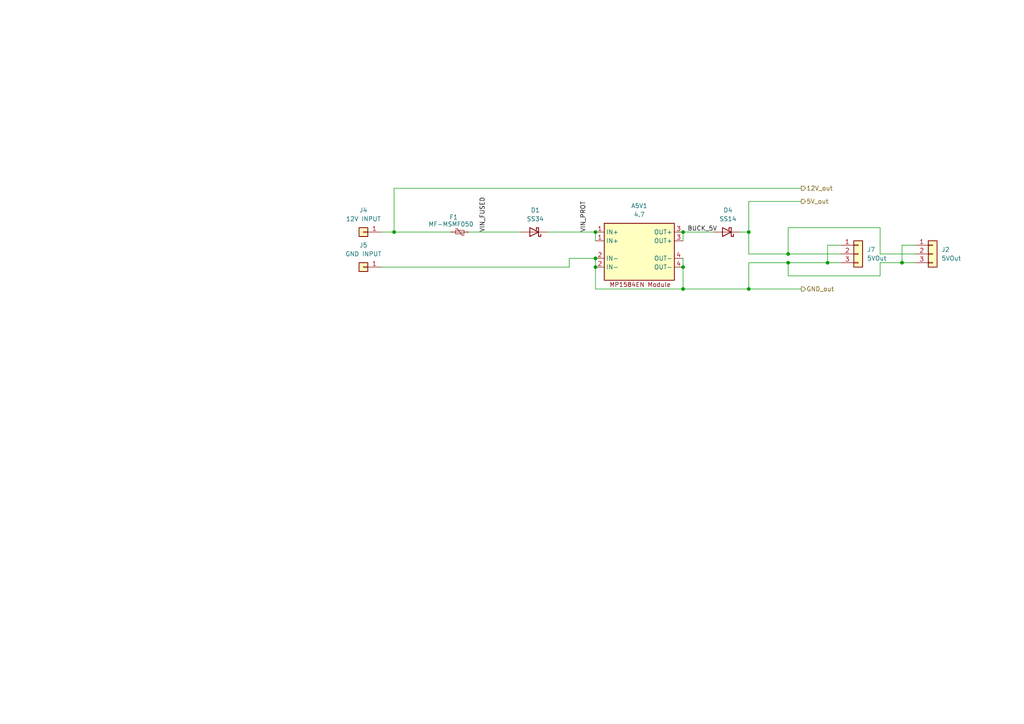
<source format=kicad_sch>
(kicad_sch
	(version 20250114)
	(generator "eeschema")
	(generator_version "9.0")
	(uuid "12ba045d-a1c2-4d90-b330-dc5da09bfddf")
	(paper "A4")
	(lib_symbols
		(symbol "Connector_Generic:Conn_01x01"
			(pin_names
				(offset 1.016)
				(hide yes)
			)
			(exclude_from_sim no)
			(in_bom yes)
			(on_board yes)
			(property "Reference" "J"
				(at 0 2.54 0)
				(effects
					(font
						(size 1.27 1.27)
					)
				)
			)
			(property "Value" "Conn_01x01"
				(at 0 -2.54 0)
				(effects
					(font
						(size 1.27 1.27)
					)
				)
			)
			(property "Footprint" ""
				(at 0 0 0)
				(effects
					(font
						(size 1.27 1.27)
					)
					(hide yes)
				)
			)
			(property "Datasheet" "~"
				(at 0 0 0)
				(effects
					(font
						(size 1.27 1.27)
					)
					(hide yes)
				)
			)
			(property "Description" "Generic connector, single row, 01x01, script generated (kicad-library-utils/schlib/autogen/connector/)"
				(at 0 0 0)
				(effects
					(font
						(size 1.27 1.27)
					)
					(hide yes)
				)
			)
			(property "ki_keywords" "connector"
				(at 0 0 0)
				(effects
					(font
						(size 1.27 1.27)
					)
					(hide yes)
				)
			)
			(property "ki_fp_filters" "Connector*:*_1x??_*"
				(at 0 0 0)
				(effects
					(font
						(size 1.27 1.27)
					)
					(hide yes)
				)
			)
			(symbol "Conn_01x01_1_1"
				(rectangle
					(start -1.27 1.27)
					(end 1.27 -1.27)
					(stroke
						(width 0.254)
						(type default)
					)
					(fill
						(type background)
					)
				)
				(rectangle
					(start -1.27 0.127)
					(end 0 -0.127)
					(stroke
						(width 0.1524)
						(type default)
					)
					(fill
						(type none)
					)
				)
				(pin passive line
					(at -5.08 0 0)
					(length 3.81)
					(name "Pin_1"
						(effects
							(font
								(size 1.27 1.27)
							)
						)
					)
					(number "1"
						(effects
							(font
								(size 1.27 1.27)
							)
						)
					)
				)
			)
			(embedded_fonts no)
		)
		(symbol "Connector_Generic:Conn_01x03"
			(pin_names
				(offset 1.016)
				(hide yes)
			)
			(exclude_from_sim no)
			(in_bom yes)
			(on_board yes)
			(property "Reference" "J"
				(at 0 5.08 0)
				(effects
					(font
						(size 1.27 1.27)
					)
				)
			)
			(property "Value" "Conn_01x03"
				(at 0 -5.08 0)
				(effects
					(font
						(size 1.27 1.27)
					)
				)
			)
			(property "Footprint" ""
				(at 0 0 0)
				(effects
					(font
						(size 1.27 1.27)
					)
					(hide yes)
				)
			)
			(property "Datasheet" "~"
				(at 0 0 0)
				(effects
					(font
						(size 1.27 1.27)
					)
					(hide yes)
				)
			)
			(property "Description" "Generic connector, single row, 01x03, script generated (kicad-library-utils/schlib/autogen/connector/)"
				(at 0 0 0)
				(effects
					(font
						(size 1.27 1.27)
					)
					(hide yes)
				)
			)
			(property "ki_keywords" "connector"
				(at 0 0 0)
				(effects
					(font
						(size 1.27 1.27)
					)
					(hide yes)
				)
			)
			(property "ki_fp_filters" "Connector*:*_1x??_*"
				(at 0 0 0)
				(effects
					(font
						(size 1.27 1.27)
					)
					(hide yes)
				)
			)
			(symbol "Conn_01x03_1_1"
				(rectangle
					(start -1.27 3.81)
					(end 1.27 -3.81)
					(stroke
						(width 0.254)
						(type default)
					)
					(fill
						(type background)
					)
				)
				(rectangle
					(start -1.27 2.667)
					(end 0 2.413)
					(stroke
						(width 0.1524)
						(type default)
					)
					(fill
						(type none)
					)
				)
				(rectangle
					(start -1.27 0.127)
					(end 0 -0.127)
					(stroke
						(width 0.1524)
						(type default)
					)
					(fill
						(type none)
					)
				)
				(rectangle
					(start -1.27 -2.413)
					(end 0 -2.667)
					(stroke
						(width 0.1524)
						(type default)
					)
					(fill
						(type none)
					)
				)
				(pin passive line
					(at -5.08 2.54 0)
					(length 3.81)
					(name "Pin_1"
						(effects
							(font
								(size 1.27 1.27)
							)
						)
					)
					(number "1"
						(effects
							(font
								(size 1.27 1.27)
							)
						)
					)
				)
				(pin passive line
					(at -5.08 0 0)
					(length 3.81)
					(name "Pin_2"
						(effects
							(font
								(size 1.27 1.27)
							)
						)
					)
					(number "2"
						(effects
							(font
								(size 1.27 1.27)
							)
						)
					)
				)
				(pin passive line
					(at -5.08 -2.54 0)
					(length 3.81)
					(name "Pin_3"
						(effects
							(font
								(size 1.27 1.27)
							)
						)
					)
					(number "3"
						(effects
							(font
								(size 1.27 1.27)
							)
						)
					)
				)
			)
			(embedded_fonts no)
		)
		(symbol "Custom_Library:MP1584"
			(exclude_from_sim no)
			(in_bom yes)
			(on_board yes)
			(property "Reference" "A5V1"
				(at -10.16 2.54 0)
				(effects
					(font
						(size 1.27 1.27)
					)
				)
			)
			(property "Value" "4.7"
				(at -10.16 0 0)
				(effects
					(font
						(size 1.27 1.27)
					)
				)
			)
			(property "Footprint" "CustomLibrary:MP1584EN_Module"
				(at -8.636 -20.828 0)
				(effects
					(font
						(size 1.27 1.27)
					)
					(hide yes)
				)
			)
			(property "Datasheet" ""
				(at 0 0 0)
				(effects
					(font
						(size 1.27 1.27)
					)
					(hide yes)
				)
			)
			(property "Description" ""
				(at 0 0 0)
				(effects
					(font
						(size 1.27 1.27)
					)
					(hide yes)
				)
			)
			(property "Sim.Device" "V"
				(at 0 0 0)
				(effects
					(font
						(size 1.27 1.27)
					)
					(hide yes)
				)
			)
			(property "Sim.Type" "DC"
				(at 0 0 0)
				(effects
					(font
						(size 1.27 1.27)
					)
					(hide yes)
				)
			)
			(property "Sim.Pins" "3=+ 4=-"
				(at 0 0 0)
				(effects
					(font
						(size 1.27 1.27)
					)
					(hide yes)
				)
			)
			(symbol "MP1584_0_1"
				(rectangle
					(start -20.32 -1.27)
					(end 0 -17.78)
					(stroke
						(width 0.254)
						(type default)
					)
					(fill
						(type background)
					)
				)
			)
			(symbol "MP1584_1_1"
				(text "MP1584EN Module"
					(at -9.906 -19.05 0)
					(effects
						(font
							(size 1.27 1.27)
						)
					)
				)
				(pin power_in line
					(at -22.86 -3.81 0)
					(length 2.54)
					(name "IN+"
						(effects
							(font
								(size 1.27 1.27)
							)
						)
					)
					(number "1"
						(effects
							(font
								(size 1.27 1.27)
							)
						)
					)
				)
				(pin power_in line
					(at -22.86 -6.35 0)
					(length 2.54)
					(name "IN+"
						(effects
							(font
								(size 1.27 1.27)
							)
						)
					)
					(number "1"
						(effects
							(font
								(size 1.27 1.27)
							)
						)
					)
				)
				(pin power_in line
					(at -22.86 -11.43 0)
					(length 2.54)
					(name "IN-"
						(effects
							(font
								(size 1.27 1.27)
							)
						)
					)
					(number "2"
						(effects
							(font
								(size 1.27 1.27)
							)
						)
					)
				)
				(pin power_in line
					(at -22.86 -13.97 0)
					(length 2.54)
					(name "IN-"
						(effects
							(font
								(size 1.27 1.27)
							)
						)
					)
					(number "2"
						(effects
							(font
								(size 1.27 1.27)
							)
						)
					)
				)
				(pin power_out line
					(at 2.54 -3.81 180)
					(length 2.54)
					(name "OUT+"
						(effects
							(font
								(size 1.27 1.27)
							)
						)
					)
					(number "3"
						(effects
							(font
								(size 1.27 1.27)
							)
						)
					)
				)
				(pin power_out line
					(at 2.54 -6.35 180)
					(length 2.54)
					(name "OUT+"
						(effects
							(font
								(size 1.27 1.27)
							)
						)
					)
					(number "3"
						(effects
							(font
								(size 1.27 1.27)
							)
						)
					)
				)
				(pin power_out line
					(at 2.54 -11.43 180)
					(length 2.54)
					(name "OUT-"
						(effects
							(font
								(size 1.27 1.27)
							)
						)
					)
					(number "4"
						(effects
							(font
								(size 1.27 1.27)
							)
						)
					)
				)
				(pin power_out line
					(at 2.54 -13.97 180)
					(length 2.54)
					(name "OUT-"
						(effects
							(font
								(size 1.27 1.27)
							)
						)
					)
					(number "4"
						(effects
							(font
								(size 1.27 1.27)
							)
						)
					)
				)
			)
			(embedded_fonts no)
		)
		(symbol "Device:Polyfuse_Small"
			(pin_numbers
				(hide yes)
			)
			(pin_names
				(offset 0)
			)
			(exclude_from_sim no)
			(in_bom yes)
			(on_board yes)
			(property "Reference" "F"
				(at -1.905 0 90)
				(effects
					(font
						(size 1.27 1.27)
					)
				)
			)
			(property "Value" "Polyfuse_Small"
				(at 1.905 0 90)
				(effects
					(font
						(size 1.27 1.27)
					)
				)
			)
			(property "Footprint" ""
				(at 1.27 -5.08 0)
				(effects
					(font
						(size 1.27 1.27)
					)
					(justify left)
					(hide yes)
				)
			)
			(property "Datasheet" "~"
				(at 0 0 0)
				(effects
					(font
						(size 1.27 1.27)
					)
					(hide yes)
				)
			)
			(property "Description" "Resettable fuse, polymeric positive temperature coefficient, small symbol"
				(at 0 0 0)
				(effects
					(font
						(size 1.27 1.27)
					)
					(hide yes)
				)
			)
			(property "ki_keywords" "resettable fuse PTC PPTC polyfuse polyswitch"
				(at 0 0 0)
				(effects
					(font
						(size 1.27 1.27)
					)
					(hide yes)
				)
			)
			(property "ki_fp_filters" "*polyfuse* *PTC*"
				(at 0 0 0)
				(effects
					(font
						(size 1.27 1.27)
					)
					(hide yes)
				)
			)
			(symbol "Polyfuse_Small_0_1"
				(polyline
					(pts
						(xy -1.016 1.27) (xy -1.016 0.762) (xy 1.016 -0.762) (xy 1.016 -1.27)
					)
					(stroke
						(width 0)
						(type default)
					)
					(fill
						(type none)
					)
				)
				(rectangle
					(start -0.508 1.27)
					(end 0.508 -1.27)
					(stroke
						(width 0)
						(type default)
					)
					(fill
						(type none)
					)
				)
				(polyline
					(pts
						(xy 0 2.54) (xy 0 -2.54)
					)
					(stroke
						(width 0)
						(type default)
					)
					(fill
						(type none)
					)
				)
			)
			(symbol "Polyfuse_Small_1_1"
				(pin passive line
					(at 0 2.54 270)
					(length 0.635)
					(name "~"
						(effects
							(font
								(size 1.27 1.27)
							)
						)
					)
					(number "1"
						(effects
							(font
								(size 1.27 1.27)
							)
						)
					)
				)
				(pin passive line
					(at 0 -2.54 90)
					(length 0.635)
					(name "~"
						(effects
							(font
								(size 1.27 1.27)
							)
						)
					)
					(number "2"
						(effects
							(font
								(size 1.27 1.27)
							)
						)
					)
				)
			)
			(embedded_fonts no)
		)
		(symbol "Diode:SS14"
			(pin_numbers
				(hide yes)
			)
			(pin_names
				(offset 1.016)
				(hide yes)
			)
			(exclude_from_sim no)
			(in_bom yes)
			(on_board yes)
			(property "Reference" "D"
				(at 0 2.54 0)
				(effects
					(font
						(size 1.27 1.27)
					)
				)
			)
			(property "Value" "SS14"
				(at 0 -2.54 0)
				(effects
					(font
						(size 1.27 1.27)
					)
				)
			)
			(property "Footprint" "Diode_SMD:D_SMA"
				(at 0 -4.445 0)
				(effects
					(font
						(size 1.27 1.27)
					)
					(hide yes)
				)
			)
			(property "Datasheet" "https://www.vishay.com/docs/88746/ss12.pdf"
				(at 0 0 0)
				(effects
					(font
						(size 1.27 1.27)
					)
					(hide yes)
				)
			)
			(property "Description" "40V 1A Schottky Diode, SMA"
				(at 0 0 0)
				(effects
					(font
						(size 1.27 1.27)
					)
					(hide yes)
				)
			)
			(property "ki_keywords" "diode Schottky"
				(at 0 0 0)
				(effects
					(font
						(size 1.27 1.27)
					)
					(hide yes)
				)
			)
			(property "ki_fp_filters" "D*SMA*"
				(at 0 0 0)
				(effects
					(font
						(size 1.27 1.27)
					)
					(hide yes)
				)
			)
			(symbol "SS14_0_1"
				(polyline
					(pts
						(xy -1.905 0.635) (xy -1.905 1.27) (xy -1.27 1.27) (xy -1.27 -1.27) (xy -0.635 -1.27) (xy -0.635 -0.635)
					)
					(stroke
						(width 0.254)
						(type default)
					)
					(fill
						(type none)
					)
				)
				(polyline
					(pts
						(xy 1.27 1.27) (xy 1.27 -1.27) (xy -1.27 0) (xy 1.27 1.27)
					)
					(stroke
						(width 0.254)
						(type default)
					)
					(fill
						(type none)
					)
				)
				(polyline
					(pts
						(xy 1.27 0) (xy -1.27 0)
					)
					(stroke
						(width 0)
						(type default)
					)
					(fill
						(type none)
					)
				)
			)
			(symbol "SS14_1_1"
				(pin passive line
					(at -3.81 0 0)
					(length 2.54)
					(name "K"
						(effects
							(font
								(size 1.27 1.27)
							)
						)
					)
					(number "1"
						(effects
							(font
								(size 1.27 1.27)
							)
						)
					)
				)
				(pin passive line
					(at 3.81 0 180)
					(length 2.54)
					(name "A"
						(effects
							(font
								(size 1.27 1.27)
							)
						)
					)
					(number "2"
						(effects
							(font
								(size 1.27 1.27)
							)
						)
					)
				)
			)
			(embedded_fonts no)
		)
		(symbol "Diode:SS34"
			(pin_numbers
				(hide yes)
			)
			(pin_names
				(offset 1.016)
				(hide yes)
			)
			(exclude_from_sim no)
			(in_bom yes)
			(on_board yes)
			(property "Reference" "D"
				(at 0 2.54 0)
				(effects
					(font
						(size 1.27 1.27)
					)
				)
			)
			(property "Value" "SS34"
				(at 0 -2.54 0)
				(effects
					(font
						(size 1.27 1.27)
					)
				)
			)
			(property "Footprint" "Diode_SMD:D_SMA"
				(at 0 -4.445 0)
				(effects
					(font
						(size 1.27 1.27)
					)
					(hide yes)
				)
			)
			(property "Datasheet" "https://www.vishay.com/docs/88751/ss32.pdf"
				(at 0 0 0)
				(effects
					(font
						(size 1.27 1.27)
					)
					(hide yes)
				)
			)
			(property "Description" "40V 3A Schottky Diode, SMA"
				(at 0 0 0)
				(effects
					(font
						(size 1.27 1.27)
					)
					(hide yes)
				)
			)
			(property "ki_keywords" "diode Schottky"
				(at 0 0 0)
				(effects
					(font
						(size 1.27 1.27)
					)
					(hide yes)
				)
			)
			(property "ki_fp_filters" "D*SMA*"
				(at 0 0 0)
				(effects
					(font
						(size 1.27 1.27)
					)
					(hide yes)
				)
			)
			(symbol "SS34_0_1"
				(polyline
					(pts
						(xy -1.905 0.635) (xy -1.905 1.27) (xy -1.27 1.27) (xy -1.27 -1.27) (xy -0.635 -1.27) (xy -0.635 -0.635)
					)
					(stroke
						(width 0.254)
						(type default)
					)
					(fill
						(type none)
					)
				)
				(polyline
					(pts
						(xy 1.27 1.27) (xy 1.27 -1.27) (xy -1.27 0) (xy 1.27 1.27)
					)
					(stroke
						(width 0.254)
						(type default)
					)
					(fill
						(type none)
					)
				)
				(polyline
					(pts
						(xy 1.27 0) (xy -1.27 0)
					)
					(stroke
						(width 0)
						(type default)
					)
					(fill
						(type none)
					)
				)
			)
			(symbol "SS34_1_1"
				(pin passive line
					(at -3.81 0 0)
					(length 2.54)
					(name "K"
						(effects
							(font
								(size 1.27 1.27)
							)
						)
					)
					(number "1"
						(effects
							(font
								(size 1.27 1.27)
							)
						)
					)
				)
				(pin passive line
					(at 3.81 0 180)
					(length 2.54)
					(name "A"
						(effects
							(font
								(size 1.27 1.27)
							)
						)
					)
					(number "2"
						(effects
							(font
								(size 1.27 1.27)
							)
						)
					)
				)
			)
			(embedded_fonts no)
		)
	)
	(junction
		(at 114.3 67.31)
		(diameter 0)
		(color 0 0 0 0)
		(uuid "01f9e50a-c812-4e87-bf2a-dd1f5ee929a2")
	)
	(junction
		(at 228.6 76.2)
		(diameter 0)
		(color 0 0 0 0)
		(uuid "02d79559-fd9e-4f69-a423-b9b94c0ad551")
	)
	(junction
		(at 261.62 76.2)
		(diameter 0)
		(color 0 0 0 0)
		(uuid "495e14b7-0270-4ece-ae8b-39375f9533e9")
	)
	(junction
		(at 240.03 76.2)
		(diameter 0)
		(color 0 0 0 0)
		(uuid "5e91cf7e-d9cf-4efc-8c75-18b2b6a91534")
	)
	(junction
		(at 228.6 73.66)
		(diameter 0)
		(color 0 0 0 0)
		(uuid "86929d15-7547-42d2-a307-7e278a61e20a")
	)
	(junction
		(at 217.17 67.31)
		(diameter 0)
		(color 0 0 0 0)
		(uuid "971eb929-a4df-42f7-924c-135500d07d84")
	)
	(junction
		(at 198.12 83.82)
		(diameter 0)
		(color 0 0 0 0)
		(uuid "98c69ef9-ae52-4cda-b869-046e997dd660")
	)
	(junction
		(at 198.12 67.31)
		(diameter 0)
		(color 0 0 0 0)
		(uuid "9cbb5fa5-80a0-42f8-9080-aefaf2fb42c4")
	)
	(junction
		(at 217.17 83.82)
		(diameter 0)
		(color 0 0 0 0)
		(uuid "afb17af8-0cc1-4f4c-912c-b22049c8f413")
	)
	(junction
		(at 172.72 74.93)
		(diameter 0)
		(color 0 0 0 0)
		(uuid "bf688304-de43-486c-84f0-551b31ae0cd6")
	)
	(junction
		(at 172.72 77.47)
		(diameter 0)
		(color 0 0 0 0)
		(uuid "cdf778c9-dd0e-4b8c-a930-376e4d748654")
	)
	(junction
		(at 172.72 67.31)
		(diameter 0)
		(color 0 0 0 0)
		(uuid "d9df46cc-a869-4b87-a8ed-44d53579e77b")
	)
	(junction
		(at 198.12 77.47)
		(diameter 0)
		(color 0 0 0 0)
		(uuid "e8828630-4a56-4ac7-a90b-99860b09b5a5")
	)
	(wire
		(pts
			(xy 261.62 71.12) (xy 261.62 76.2)
		)
		(stroke
			(width 0)
			(type default)
		)
		(uuid "0301f8e8-089d-4d17-8fb9-e1e05ce4a9de")
	)
	(wire
		(pts
			(xy 255.27 66.04) (xy 228.6 66.04)
		)
		(stroke
			(width 0)
			(type default)
		)
		(uuid "035c1fc3-0376-4dc3-96e2-01b9f5c0fbd5")
	)
	(wire
		(pts
			(xy 228.6 80.01) (xy 255.27 80.01)
		)
		(stroke
			(width 0)
			(type default)
		)
		(uuid "0b050a75-7e8c-4b66-a701-054122210c7c")
	)
	(wire
		(pts
			(xy 110.49 67.31) (xy 114.3 67.31)
		)
		(stroke
			(width 0)
			(type default)
		)
		(uuid "0ea66fae-d9fa-4060-8630-44a8232b3541")
	)
	(wire
		(pts
			(xy 228.6 76.2) (xy 228.6 80.01)
		)
		(stroke
			(width 0)
			(type default)
		)
		(uuid "10724d57-7003-4de5-827c-61f8597aef21")
	)
	(wire
		(pts
			(xy 172.72 83.82) (xy 172.72 77.47)
		)
		(stroke
			(width 0)
			(type default)
		)
		(uuid "15456ccd-62f1-4845-bce3-2815bcb0ad1a")
	)
	(wire
		(pts
			(xy 172.72 74.93) (xy 165.1 74.93)
		)
		(stroke
			(width 0)
			(type default)
		)
		(uuid "1abe4a2d-a6fb-4878-ab77-6c70daa443f0")
	)
	(wire
		(pts
			(xy 217.17 67.31) (xy 217.17 73.66)
		)
		(stroke
			(width 0)
			(type default)
		)
		(uuid "2afb01ed-8a1d-4ed8-86de-9bcf6feddf72")
	)
	(wire
		(pts
			(xy 261.62 76.2) (xy 265.43 76.2)
		)
		(stroke
			(width 0)
			(type default)
		)
		(uuid "2b018494-15b6-4804-bcb3-95e27e7ab2be")
	)
	(wire
		(pts
			(xy 198.12 74.93) (xy 198.12 77.47)
		)
		(stroke
			(width 0)
			(type default)
		)
		(uuid "33c6a107-7b80-4f5a-8fb0-d6b8c47f36b9")
	)
	(wire
		(pts
			(xy 198.12 83.82) (xy 217.17 83.82)
		)
		(stroke
			(width 0)
			(type default)
		)
		(uuid "3497ad91-f58a-4fe1-826b-da08d8c522cc")
	)
	(wire
		(pts
			(xy 240.03 76.2) (xy 243.84 76.2)
		)
		(stroke
			(width 0)
			(type default)
		)
		(uuid "39fa8398-dee0-429a-9ec1-a7f5c73812ec")
	)
	(wire
		(pts
			(xy 265.43 71.12) (xy 261.62 71.12)
		)
		(stroke
			(width 0)
			(type default)
		)
		(uuid "40494466-219c-4a87-98b4-cc97ef521274")
	)
	(wire
		(pts
			(xy 135.89 67.31) (xy 151.13 67.31)
		)
		(stroke
			(width 0)
			(type default)
		)
		(uuid "41c682e9-61a9-4370-8abb-ded22b40145b")
	)
	(wire
		(pts
			(xy 198.12 67.31) (xy 207.01 67.31)
		)
		(stroke
			(width 0)
			(type default)
		)
		(uuid "4f6a5f65-ab7d-45de-9652-4ddb065dd597")
	)
	(wire
		(pts
			(xy 172.72 67.31) (xy 172.72 69.85)
		)
		(stroke
			(width 0)
			(type default)
		)
		(uuid "5ff78c03-3248-4bd6-a0b5-1ddb6aa5c9b3")
	)
	(wire
		(pts
			(xy 217.17 73.66) (xy 228.6 73.66)
		)
		(stroke
			(width 0)
			(type default)
		)
		(uuid "8476a650-1122-4d11-be15-30865d2429cb")
	)
	(wire
		(pts
			(xy 217.17 83.82) (xy 232.41 83.82)
		)
		(stroke
			(width 0)
			(type default)
		)
		(uuid "8ecc4bef-2e82-4854-a1de-664806f52e9e")
	)
	(wire
		(pts
			(xy 172.72 77.47) (xy 172.72 74.93)
		)
		(stroke
			(width 0)
			(type default)
		)
		(uuid "986870d6-0f7a-418a-bd83-f75174ee0061")
	)
	(wire
		(pts
			(xy 214.63 67.31) (xy 217.17 67.31)
		)
		(stroke
			(width 0)
			(type default)
		)
		(uuid "9b2dbf78-304f-492b-8f66-4f0f34b54b04")
	)
	(wire
		(pts
			(xy 198.12 83.82) (xy 172.72 83.82)
		)
		(stroke
			(width 0)
			(type default)
		)
		(uuid "b07d3f7b-1e99-4756-8b77-e9fa3b5e9275")
	)
	(wire
		(pts
			(xy 158.75 67.31) (xy 172.72 67.31)
		)
		(stroke
			(width 0)
			(type default)
		)
		(uuid "b359442c-4079-4911-beb2-eecc3c1b3f5d")
	)
	(wire
		(pts
			(xy 217.17 58.42) (xy 217.17 67.31)
		)
		(stroke
			(width 0)
			(type default)
		)
		(uuid "b80d39d8-45c6-408c-88af-4be4c19f9c7b")
	)
	(wire
		(pts
			(xy 255.27 76.2) (xy 261.62 76.2)
		)
		(stroke
			(width 0)
			(type default)
		)
		(uuid "bba51105-8b99-4ce8-a669-7d5d57b77689")
	)
	(wire
		(pts
			(xy 217.17 58.42) (xy 232.41 58.42)
		)
		(stroke
			(width 0)
			(type default)
		)
		(uuid "bc6e8855-3832-465c-96ad-1c283db97db8")
	)
	(wire
		(pts
			(xy 217.17 76.2) (xy 217.17 83.82)
		)
		(stroke
			(width 0)
			(type default)
		)
		(uuid "c2419dd6-7a1c-4932-945a-0ce309ea2c8a")
	)
	(wire
		(pts
			(xy 240.03 71.12) (xy 240.03 76.2)
		)
		(stroke
			(width 0)
			(type default)
		)
		(uuid "c6bcd707-1b60-4cb6-8e84-e8373c02905a")
	)
	(wire
		(pts
			(xy 198.12 67.31) (xy 198.12 69.85)
		)
		(stroke
			(width 0)
			(type default)
		)
		(uuid "ca16452d-3d1b-45e0-a676-96c2967efcfc")
	)
	(wire
		(pts
			(xy 228.6 66.04) (xy 228.6 73.66)
		)
		(stroke
			(width 0)
			(type default)
		)
		(uuid "cb2df82c-07f5-4a7e-9fb0-01ab06ff79e0")
	)
	(wire
		(pts
			(xy 198.12 77.47) (xy 198.12 83.82)
		)
		(stroke
			(width 0)
			(type default)
		)
		(uuid "cbae580c-85d6-4f6b-95ca-9334aa940812")
	)
	(wire
		(pts
			(xy 228.6 76.2) (xy 217.17 76.2)
		)
		(stroke
			(width 0)
			(type default)
		)
		(uuid "d1076108-b0b7-4660-ad56-4f9ea46d19e9")
	)
	(wire
		(pts
			(xy 114.3 67.31) (xy 130.81 67.31)
		)
		(stroke
			(width 0)
			(type default)
		)
		(uuid "dc0c76ec-4ef7-4816-88e5-fd935bdf3160")
	)
	(wire
		(pts
			(xy 114.3 67.31) (xy 114.3 54.61)
		)
		(stroke
			(width 0)
			(type default)
		)
		(uuid "de56814a-fd91-444d-800c-ecc619712da5")
	)
	(wire
		(pts
			(xy 110.49 77.47) (xy 165.1 77.47)
		)
		(stroke
			(width 0)
			(type default)
		)
		(uuid "de6054f5-831b-4d3c-8360-859c39d97053")
	)
	(wire
		(pts
			(xy 228.6 73.66) (xy 243.84 73.66)
		)
		(stroke
			(width 0)
			(type default)
		)
		(uuid "ea1d2504-23ed-4621-9820-4e45e513a219")
	)
	(wire
		(pts
			(xy 114.3 54.61) (xy 232.41 54.61)
		)
		(stroke
			(width 0)
			(type default)
		)
		(uuid "f1cc8d72-8dcf-43a4-b559-c9fcd337dabb")
	)
	(wire
		(pts
			(xy 265.43 73.66) (xy 255.27 73.66)
		)
		(stroke
			(width 0)
			(type default)
		)
		(uuid "f4c297e2-6f4c-442a-807e-0add1dae298f")
	)
	(wire
		(pts
			(xy 165.1 74.93) (xy 165.1 77.47)
		)
		(stroke
			(width 0)
			(type default)
		)
		(uuid "f4f26e3a-a5ba-423d-98bc-3808f5f11b59")
	)
	(wire
		(pts
			(xy 255.27 80.01) (xy 255.27 76.2)
		)
		(stroke
			(width 0)
			(type default)
		)
		(uuid "f6b0d269-393b-4f13-aded-52c79dffa7c2")
	)
	(wire
		(pts
			(xy 243.84 71.12) (xy 240.03 71.12)
		)
		(stroke
			(width 0)
			(type default)
		)
		(uuid "f7359645-ae03-43c8-b4a7-840743671409")
	)
	(wire
		(pts
			(xy 228.6 76.2) (xy 240.03 76.2)
		)
		(stroke
			(width 0)
			(type default)
		)
		(uuid "fde72c5f-0918-4595-9965-0bcd76ddcb18")
	)
	(wire
		(pts
			(xy 255.27 66.04) (xy 255.27 73.66)
		)
		(stroke
			(width 0)
			(type default)
		)
		(uuid "ff4f972c-af97-4028-a99d-3c10bde343fe")
	)
	(label "VIN_FUSED"
		(at 140.97 67.31 90)
		(effects
			(font
				(size 1.27 1.27)
			)
			(justify left bottom)
		)
		(uuid "5debd9ad-a2fd-41ae-958b-0bdc0dc79697")
	)
	(label "BUCK_5V"
		(at 199.39 67.31 0)
		(effects
			(font
				(size 1.27 1.27)
			)
			(justify left bottom)
		)
		(uuid "8bfa5497-e2cf-40d0-90d9-8668f8f90377")
	)
	(label "VIN_PROT"
		(at 170.18 67.31 90)
		(effects
			(font
				(size 1.27 1.27)
			)
			(justify left bottom)
		)
		(uuid "9702566b-418f-444a-9beb-e66ce958e0c6")
	)
	(hierarchical_label "12V_out"
		(shape output)
		(at 232.41 54.61 0)
		(effects
			(font
				(size 1.27 1.27)
			)
			(justify left)
		)
		(uuid "744930aa-bcd1-4382-8da9-f475c29d447c")
	)
	(hierarchical_label "GND_out"
		(shape output)
		(at 232.41 83.82 0)
		(effects
			(font
				(size 1.27 1.27)
			)
			(justify left)
		)
		(uuid "744930aa-bcd1-4382-8da9-f475c29d447d")
	)
	(hierarchical_label "5V_out"
		(shape output)
		(at 232.41 58.42 0)
		(effects
			(font
				(size 1.27 1.27)
			)
			(justify left)
		)
		(uuid "a7c67c96-bdc6-4364-bcb9-545e79ff2b36")
	)
	(symbol
		(lib_id "Device:Polyfuse_Small")
		(at 133.35 67.31 270)
		(mirror x)
		(unit 1)
		(exclude_from_sim no)
		(in_bom yes)
		(on_board yes)
		(dnp no)
		(uuid "7968d9af-1e40-4b7d-aa0f-462168e058b9")
		(property "Reference" "F1"
			(at 131.572 62.992 90)
			(effects
				(font
					(size 1.27 1.27)
				)
			)
		)
		(property "Value" "MF-MSMF050"
			(at 130.81 65.024 90)
			(effects
				(font
					(size 1.27 1.27)
				)
			)
		)
		(property "Footprint" "Fuse:Fuse_1812_4532Metric"
			(at 128.27 66.04 0)
			(effects
				(font
					(size 1.27 1.27)
				)
				(justify left)
				(hide yes)
			)
		)
		(property "Datasheet" "~"
			(at 133.35 67.31 0)
			(effects
				(font
					(size 1.27 1.27)
				)
				(hide yes)
			)
		)
		(property "Description" "Resettable fuse, polymeric positive temperature coefficient, small symbol"
			(at 133.35 67.31 0)
			(effects
				(font
					(size 1.27 1.27)
				)
				(hide yes)
			)
		)
		(pin "2"
			(uuid "a05c4308-d32f-402a-82ed-f21f54252326")
		)
		(pin "1"
			(uuid "31094406-be28-4d02-85b9-2931f635dfc1")
		)
		(instances
			(project "OrganUnifiedSoundboard"
				(path "/4a899aa1-9bb8-4bd0-98b8-a923f79fe9df/16118dad-9689-4b30-90df-a59cb7dd355d"
					(reference "F1")
					(unit 1)
				)
			)
		)
	)
	(symbol
		(lib_id "Diode:SS14")
		(at 210.82 67.31 180)
		(unit 1)
		(exclude_from_sim no)
		(in_bom yes)
		(on_board yes)
		(dnp no)
		(fields_autoplaced yes)
		(uuid "7fb1a8b8-b38b-46a1-8bb6-9ef652ac7dd8")
		(property "Reference" "D4"
			(at 211.1375 60.96 0)
			(effects
				(font
					(size 1.27 1.27)
				)
			)
		)
		(property "Value" "SS14"
			(at 211.1375 63.5 0)
			(effects
				(font
					(size 1.27 1.27)
				)
			)
		)
		(property "Footprint" "Diode_SMD:D_SMA"
			(at 210.82 62.865 0)
			(effects
				(font
					(size 1.27 1.27)
				)
				(hide yes)
			)
		)
		(property "Datasheet" "https://www.vishay.com/docs/88746/ss12.pdf"
			(at 210.82 67.31 0)
			(effects
				(font
					(size 1.27 1.27)
				)
				(hide yes)
			)
		)
		(property "Description" "40V 1A Schottky Diode, SMA"
			(at 210.82 67.31 0)
			(effects
				(font
					(size 1.27 1.27)
				)
				(hide yes)
			)
		)
		(pin "1"
			(uuid "96e93aca-d868-492e-b300-1e545dbb4c54")
		)
		(pin "2"
			(uuid "7793e84e-cd22-4bb1-b916-30f9a1b05777")
		)
		(instances
			(project "OrganUnifiedSoundboard"
				(path "/4a899aa1-9bb8-4bd0-98b8-a923f79fe9df/16118dad-9689-4b30-90df-a59cb7dd355d"
					(reference "D4")
					(unit 1)
				)
			)
		)
	)
	(symbol
		(lib_id "Connector_Generic:Conn_01x03")
		(at 248.92 73.66 0)
		(unit 1)
		(exclude_from_sim no)
		(in_bom yes)
		(on_board yes)
		(dnp no)
		(uuid "860943ca-2960-4ae4-8049-287bea6412b5")
		(property "Reference" "J7"
			(at 251.46 72.3899 0)
			(effects
				(font
					(size 1.27 1.27)
				)
				(justify left)
			)
		)
		(property "Value" "5VOut"
			(at 251.46 74.9299 0)
			(effects
				(font
					(size 1.27 1.27)
				)
				(justify left)
			)
		)
		(property "Footprint" ""
			(at 248.92 73.66 0)
			(effects
				(font
					(size 1.27 1.27)
				)
				(hide yes)
			)
		)
		(property "Datasheet" "~"
			(at 248.92 73.66 0)
			(effects
				(font
					(size 1.27 1.27)
				)
				(hide yes)
			)
		)
		(property "Description" "Generic connector, single row, 01x03, script generated (kicad-library-utils/schlib/autogen/connector/)"
			(at 248.92 73.66 0)
			(effects
				(font
					(size 1.27 1.27)
				)
				(hide yes)
			)
		)
		(pin "2"
			(uuid "74c1156f-95db-4ed1-bf32-8ab29259251e")
		)
		(pin "1"
			(uuid "e68506e9-ec2d-4fb7-9882-0d2351a1fe0a")
		)
		(pin "3"
			(uuid "866c8d9b-abc5-454a-867f-60cfabc72100")
		)
		(instances
			(project "OrganUnifiedSoundboard"
				(path "/4a899aa1-9bb8-4bd0-98b8-a923f79fe9df/16118dad-9689-4b30-90df-a59cb7dd355d"
					(reference "J7")
					(unit 1)
				)
			)
		)
	)
	(symbol
		(lib_id "Connector_Generic:Conn_01x03")
		(at 270.51 73.66 0)
		(unit 1)
		(exclude_from_sim no)
		(in_bom yes)
		(on_board yes)
		(dnp no)
		(uuid "95855372-8a27-410e-9082-3610d210e81c")
		(property "Reference" "J2"
			(at 273.05 72.3899 0)
			(effects
				(font
					(size 1.27 1.27)
				)
				(justify left)
			)
		)
		(property "Value" "5VOut"
			(at 273.05 74.9299 0)
			(effects
				(font
					(size 1.27 1.27)
				)
				(justify left)
			)
		)
		(property "Footprint" ""
			(at 270.51 73.66 0)
			(effects
				(font
					(size 1.27 1.27)
				)
				(hide yes)
			)
		)
		(property "Datasheet" "~"
			(at 270.51 73.66 0)
			(effects
				(font
					(size 1.27 1.27)
				)
				(hide yes)
			)
		)
		(property "Description" "Generic connector, single row, 01x03, script generated (kicad-library-utils/schlib/autogen/connector/)"
			(at 270.51 73.66 0)
			(effects
				(font
					(size 1.27 1.27)
				)
				(hide yes)
			)
		)
		(pin "2"
			(uuid "0ea573c8-cb0f-4127-ac23-237aeecfbd60")
		)
		(pin "1"
			(uuid "e623c8fd-a063-4131-9e3a-2d4eecd61cf7")
		)
		(pin "3"
			(uuid "453f71ed-581b-4c44-972f-49117914ac82")
		)
		(instances
			(project ""
				(path "/4a899aa1-9bb8-4bd0-98b8-a923f79fe9df/16118dad-9689-4b30-90df-a59cb7dd355d"
					(reference "J2")
					(unit 1)
				)
			)
		)
	)
	(symbol
		(lib_id "Custom_Library:MP1584")
		(at 195.58 63.5 0)
		(unit 1)
		(exclude_from_sim no)
		(in_bom yes)
		(on_board yes)
		(dnp no)
		(fields_autoplaced yes)
		(uuid "9741ae65-a17c-49b3-aab9-31ca9293fd09")
		(property "Reference" "A5V1"
			(at 185.42 59.69 0)
			(effects
				(font
					(size 1.27 1.27)
				)
			)
		)
		(property "Value" "4.7"
			(at 185.42 62.23 0)
			(effects
				(font
					(size 1.27 1.27)
				)
			)
		)
		(property "Footprint" "CustomLibrary:MP1584EN_Module"
			(at 186.944 84.328 0)
			(effects
				(font
					(size 1.27 1.27)
				)
				(hide yes)
			)
		)
		(property "Datasheet" ""
			(at 195.58 63.5 0)
			(effects
				(font
					(size 1.27 1.27)
				)
				(hide yes)
			)
		)
		(property "Description" ""
			(at 195.58 63.5 0)
			(effects
				(font
					(size 1.27 1.27)
				)
				(hide yes)
			)
		)
		(property "Sim.Device" "V"
			(at 195.58 63.5 0)
			(effects
				(font
					(size 1.27 1.27)
				)
				(hide yes)
			)
		)
		(property "Sim.Type" "DC"
			(at 195.58 63.5 0)
			(effects
				(font
					(size 1.27 1.27)
				)
				(hide yes)
			)
		)
		(property "Sim.Pins" "3=+ 4=-"
			(at 195.58 63.5 0)
			(effects
				(font
					(size 1.27 1.27)
				)
				(hide yes)
			)
		)
		(pin "1"
			(uuid "b99732ee-ddf5-4e58-a1cf-6c31a87b987f")
		)
		(pin "3"
			(uuid "9c229301-b986-4de7-8ff6-ad6dbfd45312")
		)
		(pin "4"
			(uuid "83e3090b-f3ad-44b6-afad-1dfa719424c1")
		)
		(pin "2"
			(uuid "59006077-0c46-43dc-b61a-68426a926602")
		)
		(pin "2"
			(uuid "739e04e4-c533-420b-8535-a027e1e28867")
		)
		(pin "1"
			(uuid "eb53cbe0-794c-4965-93e8-4e516c3fe683")
		)
		(pin "3"
			(uuid "83e3bf46-43b1-4332-abf4-84901a97558f")
		)
		(pin "4"
			(uuid "f4518e4f-25da-4f49-8680-a27a1650bd9a")
		)
		(instances
			(project "OrganUnifiedSoundboard"
				(path "/4a899aa1-9bb8-4bd0-98b8-a923f79fe9df/16118dad-9689-4b30-90df-a59cb7dd355d"
					(reference "A5V1")
					(unit 1)
				)
			)
		)
	)
	(symbol
		(lib_id "Diode:SS34")
		(at 154.94 67.31 180)
		(unit 1)
		(exclude_from_sim no)
		(in_bom yes)
		(on_board yes)
		(dnp no)
		(fields_autoplaced yes)
		(uuid "a0c8d9f8-5fc2-4bef-ba40-e7fc54a83564")
		(property "Reference" "D1"
			(at 155.2575 60.96 0)
			(effects
				(font
					(size 1.27 1.27)
				)
			)
		)
		(property "Value" "SS34"
			(at 155.2575 63.5 0)
			(effects
				(font
					(size 1.27 1.27)
				)
			)
		)
		(property "Footprint" "Diode_SMD:D_SMA"
			(at 154.94 62.865 0)
			(effects
				(font
					(size 1.27 1.27)
				)
				(hide yes)
			)
		)
		(property "Datasheet" "https://www.vishay.com/docs/88751/ss32.pdf"
			(at 154.94 67.31 0)
			(effects
				(font
					(size 1.27 1.27)
				)
				(hide yes)
			)
		)
		(property "Description" "40V 3A Schottky Diode, SMA"
			(at 154.94 67.31 0)
			(effects
				(font
					(size 1.27 1.27)
				)
				(hide yes)
			)
		)
		(pin "1"
			(uuid "d6cf2dc2-1563-499f-ab6a-b596e6a9c8d1")
		)
		(pin "2"
			(uuid "c6bb6003-53e7-45a7-946c-df2690f2d6ba")
		)
		(instances
			(project "OrganUnifiedSoundboard"
				(path "/4a899aa1-9bb8-4bd0-98b8-a923f79fe9df/16118dad-9689-4b30-90df-a59cb7dd355d"
					(reference "D1")
					(unit 1)
				)
			)
		)
	)
	(symbol
		(lib_id "Connector_Generic:Conn_01x01")
		(at 105.41 67.31 180)
		(unit 1)
		(exclude_from_sim no)
		(in_bom yes)
		(on_board yes)
		(dnp no)
		(fields_autoplaced yes)
		(uuid "d793ce27-95bd-4265-9660-eed1fa495a78")
		(property "Reference" "J4"
			(at 105.41 60.96 0)
			(effects
				(font
					(size 1.27 1.27)
				)
			)
		)
		(property "Value" "12V INPUT"
			(at 105.41 63.5 0)
			(effects
				(font
					(size 1.27 1.27)
				)
			)
		)
		(property "Footprint" ""
			(at 105.41 67.31 0)
			(effects
				(font
					(size 1.27 1.27)
				)
				(hide yes)
			)
		)
		(property "Datasheet" "~"
			(at 105.41 67.31 0)
			(effects
				(font
					(size 1.27 1.27)
				)
				(hide yes)
			)
		)
		(property "Description" "Generic connector, single row, 01x01, script generated (kicad-library-utils/schlib/autogen/connector/)"
			(at 105.41 67.31 0)
			(effects
				(font
					(size 1.27 1.27)
				)
				(hide yes)
			)
		)
		(pin "1"
			(uuid "c3be094d-c39e-4e0c-9fb8-cf0ea9a6b9e0")
		)
		(instances
			(project ""
				(path "/4a899aa1-9bb8-4bd0-98b8-a923f79fe9df/16118dad-9689-4b30-90df-a59cb7dd355d"
					(reference "J4")
					(unit 1)
				)
			)
		)
	)
	(symbol
		(lib_id "Connector_Generic:Conn_01x01")
		(at 105.41 77.47 180)
		(unit 1)
		(exclude_from_sim no)
		(in_bom yes)
		(on_board yes)
		(dnp no)
		(fields_autoplaced yes)
		(uuid "d7a44c7e-7e63-450f-a1d8-58bafc740ae2")
		(property "Reference" "J5"
			(at 105.41 71.12 0)
			(effects
				(font
					(size 1.27 1.27)
				)
			)
		)
		(property "Value" "GND INPUT"
			(at 105.41 73.66 0)
			(effects
				(font
					(size 1.27 1.27)
				)
			)
		)
		(property "Footprint" ""
			(at 105.41 77.47 0)
			(effects
				(font
					(size 1.27 1.27)
				)
				(hide yes)
			)
		)
		(property "Datasheet" "~"
			(at 105.41 77.47 0)
			(effects
				(font
					(size 1.27 1.27)
				)
				(hide yes)
			)
		)
		(property "Description" "Generic connector, single row, 01x01, script generated (kicad-library-utils/schlib/autogen/connector/)"
			(at 105.41 77.47 0)
			(effects
				(font
					(size 1.27 1.27)
				)
				(hide yes)
			)
		)
		(pin "1"
			(uuid "5ef25e23-0e4f-4706-89a0-c9d883afd7b2")
		)
		(instances
			(project "OrganUnifiedSoundboard"
				(path "/4a899aa1-9bb8-4bd0-98b8-a923f79fe9df/16118dad-9689-4b30-90df-a59cb7dd355d"
					(reference "J5")
					(unit 1)
				)
			)
		)
	)
)

</source>
